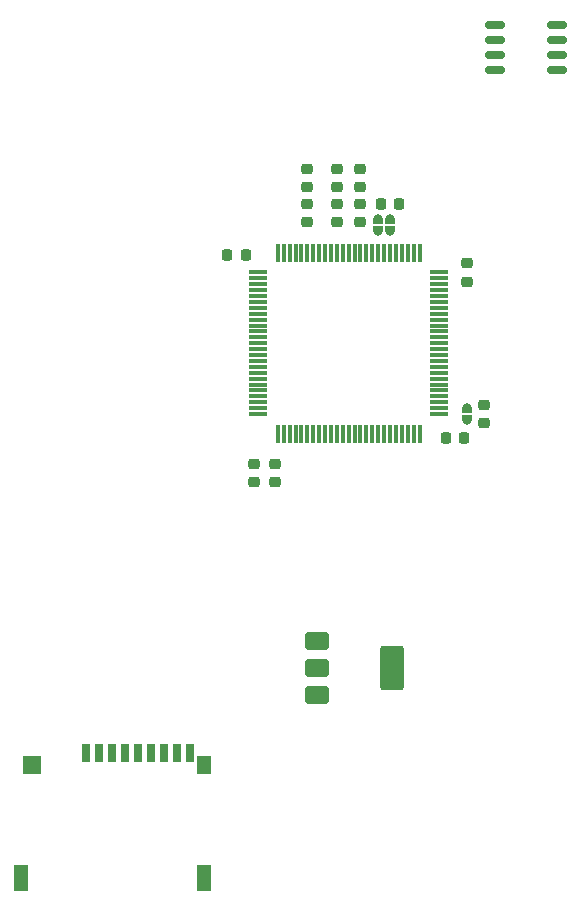
<source format=gbp>
G04 Layer: BottomPasteMaskLayer*
G04 EasyEDA Pro v2.2.27.1, 2024-09-15 10:59:50*
G04 Gerber Generator version 0.3*
G04 Scale: 100 percent, Rotated: No, Reflected: No*
G04 Dimensions in millimeters*
G04 Leading zeros omitted, absolute positions, 3 integers and 5 decimals*
%TF.GenerationSoftware,KiCad,Pcbnew,8.0.6*%
%TF.CreationDate,2024-11-05T16:44:43+08:00*%
%TF.ProjectId,li-chuang-liang-shan-pai-tian-kong-xing-kai-fa-ban,6c692d63-6875-4616-9e67-2d6c69616e67,rev?*%
%TF.SameCoordinates,Original*%
%TF.FileFunction,Paste,Bot*%
%TF.FilePolarity,Positive*%
%FSLAX46Y46*%
G04 Gerber Fmt 4.6, Leading zero omitted, Abs format (unit mm)*
G04 Created by KiCad (PCBNEW 8.0.6) date 2024-11-05 16:44:43*
%MOMM*%
%LPD*%
G01*
G04 APERTURE LIST*
G04 Aperture macros list*
%AMRoundRect*
0 Rectangle with rounded corners*
0 $1 Rounding radius*
0 $2 $3 $4 $5 $6 $7 $8 $9 X,Y pos of 4 corners*
0 Add a 4 corners polygon primitive as box body*
4,1,4,$2,$3,$4,$5,$6,$7,$8,$9,$2,$3,0*
0 Add four circle primitives for the rounded corners*
1,1,$1+$1,$2,$3*
1,1,$1+$1,$4,$5*
1,1,$1+$1,$6,$7*
1,1,$1+$1,$8,$9*
0 Add four rect primitives between the rounded corners*
20,1,$1+$1,$2,$3,$4,$5,0*
20,1,$1+$1,$4,$5,$6,$7,0*
20,1,$1+$1,$6,$7,$8,$9,0*
20,1,$1+$1,$8,$9,$2,$3,0*%
%AMFreePoly0*
4,1,15,-0.400000,0.000000,-0.380423,0.123607,-0.323607,0.235114,-0.235114,0.323607,-0.123607,0.380423,0.000000,0.400000,0.400000,0.400000,0.400000,-0.400000,0.000000,-0.400000,-0.123607,-0.380423,-0.235114,-0.323607,-0.323607,-0.235114,-0.380423,-0.123607,-0.400000,0.000000,-0.400000,0.000000,-0.400000,0.000000,$1*%
%AMFreePoly1*
4,1,14,-0.400000,0.400000,0.000000,0.400000,0.123607,0.380423,0.235114,0.323607,0.323607,0.235114,0.380423,0.123607,0.400000,0.000000,0.380423,-0.123607,0.323607,-0.235114,0.235114,-0.323607,0.123607,-0.380423,0.000000,-0.400000,-0.400000,-0.400000,-0.400000,0.400000,-0.400000,0.400000,$1*%
G04 Aperture macros list end*
%ADD10RoundRect,0.225000X-0.250000X0.225000X-0.250000X-0.225000X0.250000X-0.225000X0.250000X0.225000X0*%
%ADD11RoundRect,0.225000X0.250000X-0.225000X0.250000X0.225000X-0.250000X0.225000X-0.250000X-0.225000X0*%
%ADD12RoundRect,0.075000X-0.075000X0.725000X-0.075000X-0.725000X0.075000X-0.725000X0.075000X0.725000X0*%
%ADD13RoundRect,0.075000X-0.725000X0.075000X-0.725000X-0.075000X0.725000X-0.075000X0.725000X0.075000X0*%
%ADD14RoundRect,0.225000X-0.225000X-0.250000X0.225000X-0.250000X0.225000X0.250000X-0.225000X0.250000X0*%
%ADD15R,0.700000X1.600000*%
%ADD16R,1.200000X2.200000*%
%ADD17R,1.200000X1.500000*%
%ADD18R,1.600000X1.500000*%
%ADD19FreePoly0,90.000000*%
%ADD20FreePoly1,90.000000*%
%ADD21FreePoly0,270.000000*%
%ADD22FreePoly1,270.000000*%
%ADD23RoundRect,0.250000X-0.750000X-0.500000X0.750000X-0.500000X0.750000X0.500000X-0.750000X0.500000X0*%
%ADD24RoundRect,0.250000X-0.750000X-1.650000X0.750000X-1.650000X0.750000X1.650000X-0.750000X1.650000X0*%
%ADD25RoundRect,0.150000X0.675000X0.150000X-0.675000X0.150000X-0.675000X-0.150000X0.675000X-0.150000X0*%
%ADD26RoundRect,0.225000X0.225000X0.250000X-0.225000X0.250000X-0.225000X-0.250000X0.225000X-0.250000X0*%
G04 APERTURE END LIST*
D10*
%TO.C,C35*%
X96500000Y-85225000D03*
X96500000Y-86775000D03*
%TD*%
D11*
%TO.C,C26*%
X96500000Y-89775000D03*
X96500000Y-88225000D03*
%TD*%
D12*
%TO.C,U3*%
X94000000Y-92325000D03*
X94500000Y-92325000D03*
X95000000Y-92325000D03*
X95500000Y-92325000D03*
X96000000Y-92325000D03*
X96500000Y-92325000D03*
X97000000Y-92325000D03*
X97500000Y-92325000D03*
X98000000Y-92325000D03*
X98500000Y-92325000D03*
X99000000Y-92325000D03*
X99500000Y-92325000D03*
X100000000Y-92325000D03*
X100500000Y-92325000D03*
X101000000Y-92325000D03*
X101500000Y-92325000D03*
X102000000Y-92325000D03*
X102500000Y-92325000D03*
X103000000Y-92325000D03*
X103500000Y-92325000D03*
X104000000Y-92325000D03*
X104500000Y-92325000D03*
X105000000Y-92325000D03*
X105500000Y-92325000D03*
X106000000Y-92325000D03*
D13*
X107675000Y-94000000D03*
X107675000Y-94500000D03*
X107675000Y-95000000D03*
X107675000Y-95500000D03*
X107675000Y-96000000D03*
X107675000Y-96500000D03*
X107675000Y-97000000D03*
X107675000Y-97500000D03*
X107675000Y-98000000D03*
X107675000Y-98500000D03*
X107675000Y-99000000D03*
X107675000Y-99500000D03*
X107675000Y-100000000D03*
X107675000Y-100500000D03*
X107675000Y-101000000D03*
X107675000Y-101500000D03*
X107675000Y-102000000D03*
X107675000Y-102500000D03*
X107675000Y-103000000D03*
X107675000Y-103500000D03*
X107675000Y-104000000D03*
X107675000Y-104500000D03*
X107675000Y-105000000D03*
X107675000Y-105500000D03*
X107675000Y-106000000D03*
D12*
X106000000Y-107675000D03*
X105500000Y-107675000D03*
X105000000Y-107675000D03*
X104500000Y-107675000D03*
X104000000Y-107675000D03*
X103500000Y-107675000D03*
X103000000Y-107675000D03*
X102500000Y-107675000D03*
X102000000Y-107675000D03*
X101500000Y-107675000D03*
X101000000Y-107675000D03*
X100500000Y-107675000D03*
X100000000Y-107675000D03*
X99500000Y-107675000D03*
X99000000Y-107675000D03*
X98500000Y-107675000D03*
X98000000Y-107675000D03*
X97500000Y-107675000D03*
X97000000Y-107675000D03*
X96500000Y-107675000D03*
X96000000Y-107675000D03*
X95500000Y-107675000D03*
X95000000Y-107675000D03*
X94500000Y-107675000D03*
X94000000Y-107675000D03*
D13*
X92325000Y-106000000D03*
X92325000Y-105500000D03*
X92325000Y-105000000D03*
X92325000Y-104500000D03*
X92325000Y-104000000D03*
X92325000Y-103500000D03*
X92325000Y-103000000D03*
X92325000Y-102500000D03*
X92325000Y-102000000D03*
X92325000Y-101500000D03*
X92325000Y-101000000D03*
X92325000Y-100500000D03*
X92325000Y-100000000D03*
X92325000Y-99500000D03*
X92325000Y-99000000D03*
X92325000Y-98500000D03*
X92325000Y-98000000D03*
X92325000Y-97500000D03*
X92325000Y-97000000D03*
X92325000Y-96500000D03*
X92325000Y-96000000D03*
X92325000Y-95500000D03*
X92325000Y-95000000D03*
X92325000Y-94500000D03*
X92325000Y-94000000D03*
%TD*%
D11*
%TO.C,C33*%
X101000000Y-86775000D03*
X101000000Y-85225000D03*
%TD*%
D14*
%TO.C,C27*%
X108225000Y-108000000D03*
X109775000Y-108000000D03*
%TD*%
D15*
%TO.C,J3*%
X77750000Y-134700000D03*
X78850000Y-134700000D03*
X79950000Y-134700000D03*
X81050000Y-134700000D03*
X82150000Y-134700000D03*
X83250000Y-134700000D03*
X84350000Y-134700000D03*
X85450000Y-134700000D03*
X86550000Y-134700000D03*
D16*
X87750000Y-145300000D03*
D17*
X87750000Y-135700000D03*
D18*
X73150000Y-135700000D03*
D16*
X72250000Y-145300000D03*
%TD*%
D19*
%TO.C,NT2*%
X103500000Y-90500000D03*
D20*
X103500000Y-89500000D03*
%TD*%
D10*
%TO.C,C25*%
X93750000Y-110225000D03*
X93750000Y-111775000D03*
%TD*%
%TO.C,C34*%
X101000000Y-88225000D03*
X101000000Y-89775000D03*
%TD*%
%TO.C,C30*%
X92000000Y-110225000D03*
X92000000Y-111775000D03*
%TD*%
D21*
%TO.C,NT1*%
X102500000Y-89500000D03*
D22*
X102500000Y-90500000D03*
%TD*%
D23*
%TO.C,U1*%
X97350000Y-129800000D03*
X97350000Y-127500000D03*
D24*
X103650000Y-127500000D03*
D23*
X97350000Y-125200000D03*
%TD*%
D21*
%TO.C,NT3*%
X110000000Y-105500000D03*
D22*
X110000000Y-106500000D03*
%TD*%
D14*
%TO.C,C31*%
X102725000Y-88250000D03*
X104275000Y-88250000D03*
%TD*%
D10*
%TO.C,C23*%
X111500000Y-105225000D03*
X111500000Y-106775000D03*
%TD*%
D11*
%TO.C,C28*%
X99000000Y-89775000D03*
X99000000Y-88225000D03*
%TD*%
D25*
%TO.C,U2*%
X117625000Y-73095000D03*
X117625000Y-74365000D03*
X117625000Y-75635000D03*
X117625000Y-76905000D03*
X112375000Y-76905000D03*
X112375000Y-75635000D03*
X112375000Y-74365000D03*
X112375000Y-73095000D03*
%TD*%
D26*
%TO.C,C29*%
X91275000Y-92500000D03*
X89725000Y-92500000D03*
%TD*%
D11*
%TO.C,C32*%
X110000000Y-94775000D03*
X110000000Y-93225000D03*
%TD*%
D10*
%TO.C,C36*%
X99000000Y-85225000D03*
X99000000Y-86775000D03*
%TD*%
M02*

</source>
